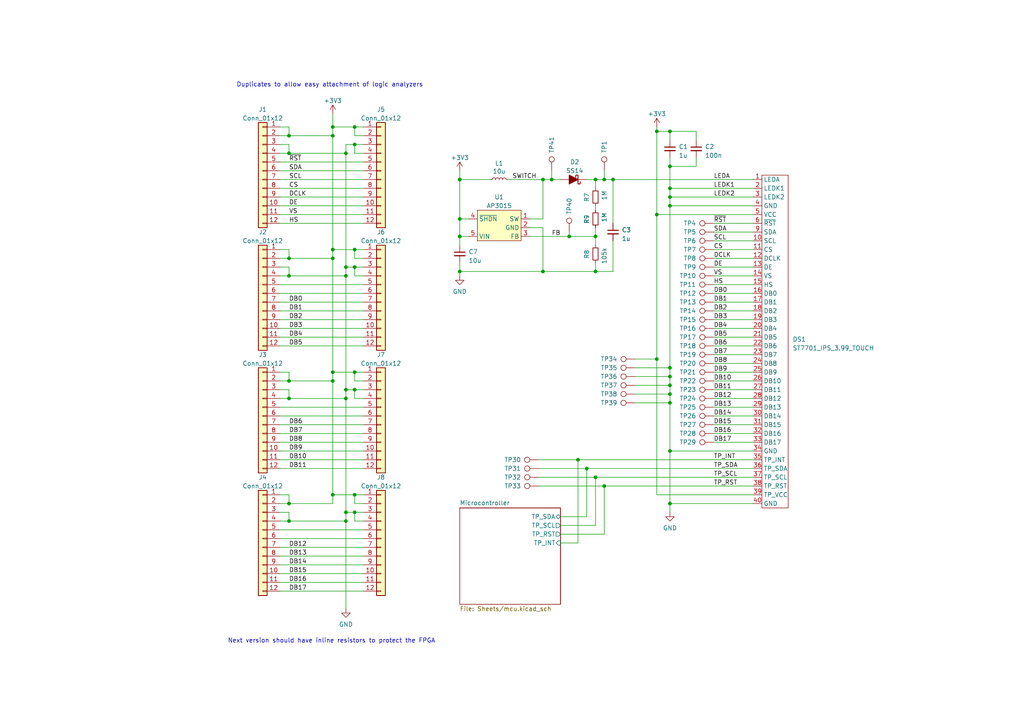
<source format=kicad_sch>
(kicad_sch (version 20231120) (generator "eeschema") (generator_version "8.0")
  (paper "A4")
  (lib_symbols
    (symbol "Connector:TestPoint" (pin_numbers hide) (pin_names (offset 0.762) hide)
      (property "Reference" "TP" (at 0 6.858 0))
      (property "Value" "TestPoint" (at 0 5.08 0))
      (symbol "TestPoint_0_1"
        (circle (center 0 3.302) (radius 0.762))
      )
      (symbol "TestPoint_1_1"
        (pin passive line (at 0 0 90) (length 2.54) (name "1") (number "1"))
      )
    )
    (symbol "Connector_Generic:Conn_01x12" (pin_names (offset 1.016) hide)
      (property "Reference" "J" (at 0 15.24 0))
      (property "Value" "Conn_01x12" (at 0 -17.78 0))
      (symbol "Conn_01x12_1_1"
        (rectangle (start -1.27 -15.113) (end 0 -15.367) (stroke (width 0.1524)))
        (rectangle (start -1.27 -12.573) (end 0 -12.827) (stroke (width 0.1524)))
        (rectangle (start -1.27 -10.033) (end 0 -10.287) (stroke (width 0.1524)))
        (rectangle (start -1.27 -7.493) (end 0 -7.747) (stroke (width 0.1524)))
        (rectangle (start -1.27 -4.953) (end 0 -5.207) (stroke (width 0.1524)))
        (rectangle (start -1.27 -2.413) (end 0 -2.667) (stroke (width 0.1524)))
        (rectangle (start -1.27 0.127) (end 0 -0.127) (stroke (width 0.1524)))
        (rectangle (start -1.27 2.667) (end 0 2.413) (stroke (width 0.1524)))
        (rectangle (start -1.27 5.207) (end 0 4.953) (stroke (width 0.1524)))
        (rectangle (start -1.27 7.747) (end 0 7.493) (stroke (width 0.1524)))
        (rectangle (start -1.27 10.287) (end 0 10.033) (stroke (width 0.1524)))
        (rectangle (start -1.27 12.827) (end 0 12.573) (stroke (width 0.1524)))
        (rectangle (start -1.27 13.97) (end 1.27 -16.51) (stroke (width 0.254)) (fill (type background)))
        (pin passive line (at -5.08 12.7 0) (length 3.81) (name "Pin_1") (number "1"))
        (pin passive line (at -5.08 -10.16 0) (length 3.81) (name "Pin_10") (number "10"))
        (pin passive line (at -5.08 -12.7 0) (length 3.81) (name "Pin_11") (number "11"))
        (pin passive line (at -5.08 -15.24 0) (length 3.81) (name "Pin_12") (number "12"))
        (pin passive line (at -5.08 10.16 0) (length 3.81) (name "Pin_2") (number "2"))
        (pin passive line (at -5.08 7.62 0) (length 3.81) (name "Pin_3") (number "3"))
        (pin passive line (at -5.08 5.08 0) (length 3.81) (name "Pin_4") (number "4"))
        (pin passive line (at -5.08 2.54 0) (length 3.81) (name "Pin_5") (number "5"))
        (pin passive line (at -5.08 0 0) (length 3.81) (name "Pin_6") (number "6"))
        (pin passive line (at -5.08 -2.54 0) (length 3.81) (name "Pin_7") (number "7"))
        (pin passive line (at -5.08 -5.08 0) (length 3.81) (name "Pin_8") (number "8"))
        (pin passive line (at -5.08 -7.62 0) (length 3.81) (name "Pin_9") (number "9"))
      )
    )
    (symbol "Cuprum:AP3015"
      (property "Reference" "U" (at 0 8.89 0))
      (property "Value" "AP3015" (at 0 6.35 0))
      (symbol "AP3015_0_1"
        (rectangle (start -6.35 5.08) (end 6.35 -3.81) (fill (type background)))
      )
      (symbol "AP3015_1_1"
        (pin input line (at -8.89 2.54 0) (length 2.54) (name "SW") (number "1"))
        (pin input line (at -8.89 0 0) (length 2.54) (name "GND") (number "2"))
        (pin input line (at -8.89 -2.54 0) (length 2.54) (name "FB") (number "3"))
        (pin input line (at 8.89 2.54 180) (length 2.54) (name "~{SHDN}") (number "4"))
        (pin input line (at 8.89 -2.54 180) (length 2.54) (name "VIN") (number "5"))
      )
    )
    (symbol "Cuprum_Displays:ST7701_IPS_3.99_TOUCH"
      (property "Reference" "DS" (at 0 7.62 0))
      (property "Value" "ST7701_IPS_3.99_TOUCH" (at 0 5.08 0))
      (symbol "ST7701_IPS_3.99_TOUCH_0_1"
        (rectangle (start -48.26 3.81) (end 48.26 -3.81))
      )
      (symbol "ST7701_IPS_3.99_TOUCH_1_1"
        (pin input line (at -46.99 -6.35 90) (length 2.54) (name "LEDA") (number "1"))
        (pin input line (at -29.21 -6.35 90) (length 2.54) (name "SCL") (number "10"))
        (pin input line (at -26.67 -6.35 90) (length 2.54) (name "CS") (number "11"))
        (pin input line (at -24.13 -6.35 90) (length 2.54) (name "DCLK") (number "12"))
        (pin input line (at -21.59 -6.35 90) (length 2.54) (name "DE") (number "13"))
        (pin input line (at -19.05 -6.35 90) (length 2.54) (name "VS") (number "14"))
        (pin input line (at -16.51 -6.35 90) (length 2.54) (name "HS") (number "15"))
        (pin input line (at -13.97 -6.35 90) (length 2.54) (name "DB0") (number "16"))
        (pin input line (at -11.43 -6.35 90) (length 2.54) (name "DB1") (number "17"))
        (pin input line (at -8.89 -6.35 90) (length 2.54) (name "DB2") (number "18"))
        (pin input line (at -6.35 -6.35 90) (length 2.54) (name "DB3") (number "19"))
        (pin input line (at -44.45 -6.35 90) (length 2.54) (name "LEDK1") (number "2"))
        (pin input line (at -3.81 -6.35 90) (length 2.54) (name "DB4") (number "20"))
        (pin input line (at -1.27 -6.35 90) (length 2.54) (name "DB5") (number "21"))
        (pin input line (at 1.27 -6.35 90) (length 2.54) (name "DB6") (number "22"))
        (pin input line (at 3.81 -6.35 90) (length 2.54) (name "DB7") (number "23"))
        (pin input line (at 6.35 -6.35 90) (length 2.54) (name "DB8") (number "24"))
        (pin input line (at 8.89 -6.35 90) (length 2.54) (name "DB9") (number "25"))
        (pin input line (at 11.43 -6.35 90) (length 2.54) (name "DB10") (number "26"))
        (pin input line (at 13.97 -6.35 90) (length 2.54) (name "DB11") (number "27"))
        (pin input line (at 16.51 -6.35 90) (length 2.54) (name "DB12") (number "28"))
        (pin input line (at 19.05 -6.35 90) (length 2.54) (name "DB13") (number "29"))
        (pin input line (at -41.91 -6.35 90) (length 2.54) (name "LEDK2") (number "3"))
        (pin input line (at 21.59 -6.35 90) (length 2.54) (name "DB14") (number "30"))
        (pin input line (at 24.13 -6.35 90) (length 2.54) (name "DB15") (number "31"))
        (pin input line (at 26.67 -6.35 90) (length 2.54) (name "DB16") (number "32"))
        (pin input line (at 29.21 -6.35 90) (length 2.54) (name "DB17") (number "33"))
        (pin input line (at 31.75 -6.35 90) (length 2.54) (name "GND") (number "34"))
        (pin input line (at 34.29 -6.35 90) (length 2.54) (name "TP_INT") (number "35"))
        (pin input line (at 36.83 -6.35 90) (length 2.54) (name "TP_SDA") (number "36"))
        (pin input line (at 39.37 -6.35 90) (length 2.54) (name "TP_SCL") (number "37"))
        (pin input line (at 41.91 -6.35 90) (length 2.54) (name "TP_RST") (number "38"))
        (pin input line (at 44.45 -6.35 90) (length 2.54) (name "TP_VCC") (number "39"))
        (pin input line (at -39.37 -6.35 90) (length 2.54) (name "GND") (number "4"))
        (pin input line (at 46.99 -6.35 90) (length 2.54) (name "GND") (number "40"))
        (pin input line (at -36.83 -6.35 90) (length 2.54) (name "VCC") (number "5"))
        (pin input line (at -34.29 -6.35 90) (length 2.54) (name "~{RST}") (number "6"))
        (pin input line (at -31.75 -6.35 90) (length 2.54) (name "SDA") (number "9"))
      )
    )
    (symbol "Device:C_Small" (pin_numbers hide) (pin_names (offset 0.254) hide)
      (property "Reference" "C" (at 0.254 1.778 0))
      (property "Value" "C_Small" (at 0.254 -2.032 0))
      (symbol "C_Small_0_1"
        (polyline (pts (xy -1.524 -0.508) (xy 1.524 -0.508)) (stroke (width 0.3302)))
        (polyline (pts (xy -1.524 0.508) (xy 1.524 0.508)) (stroke (width 0.3048)))
      )
      (symbol "C_Small_1_1"
        (pin passive line (at 0 2.54 270) (length 2.032) (name "~") (number "1"))
        (pin passive line (at 0 -2.54 90) (length 2.032) (name "~") (number "2"))
      )
    )
    (symbol "Device:L_Small" (pin_numbers hide) (pin_names (offset 0.254) hide)
      (property "Reference" "L" (at 0.762 1.016 0))
      (property "Value" "L_Small" (at 0.762 -1.016 0))
      (symbol "L_Small_0_1"
        (arc (start 0 -2.032) (mid 0.5058 -1.524) (end 0 -1.016))
        (arc (start 0 -1.016) (mid 0.5058 -0.508) (end 0 0))
        (arc (start 0 0) (mid 0.5058 0.508) (end 0 1.016))
        (arc (start 0 1.016) (mid 0.5058 1.524) (end 0 2.032))
      )
      (symbol "L_Small_1_1"
        (pin passive line (at 0 2.54 270) (length 0.508) (name "~") (number "1"))
        (pin passive line (at 0 -2.54 90) (length 0.508) (name "~") (number "2"))
      )
    )
    (symbol "Device:R_Small" (pin_numbers hide) (pin_names (offset 0.254) hide)
      (property "Reference" "R" (at 0.762 0.508 0))
      (property "Value" "R_Small" (at 0.762 -1.016 0))
      (symbol "R_Small_0_1"
        (rectangle (start -0.762 1.778) (end 0.762 -1.778) (stroke (width 0.2032)))
      )
      (symbol "R_Small_1_1"
        (pin passive line (at 0 2.54 270) (length 0.762) (name "~") (number "1"))
        (pin passive line (at 0 -2.54 90) (length 0.762) (name "~") (number "2"))
      )
    )
    (symbol "PCM_Diode_Schottky_AKL:SS14" (pin_numbers hide) (pin_names (offset 1.016) hide)
      (property "Reference" "D" (at 0 5.08 0))
      (property "Value" "SS14" (at 0 2.54 0))
      (symbol "SS14_0_1"
        (polyline (pts (xy -1.27 0) (xy 1.27 0)))
        (polyline (pts (xy -1.27 -1.27) (xy -1.27 1.27) (xy 1.27 0) (xy -1.27 -1.27)) (stroke (width 0.254)) (fill (type outline)))
        (polyline (pts (xy 1.905 -0.635) (xy 1.905 -1.27) (xy 1.27 -1.27) (xy 1.27 1.27) (xy 0.635 1.27) (xy 0.635 0.635)) (stroke (width 0.254)))
      )
      (symbol "SS14_1_1"
        (pin passive line (at 3.81 0 180) (length 2.54) (name "K") (number "1"))
        (pin passive line (at -3.81 0 0) (length 2.54) (name "A") (number "2"))
      )
    )
    (symbol "power:+3V3" (power) (pin_names (offset 0))
      (property "Value" "+3V3" (at 0 3.556 0))
      (symbol "+3V3_0_1"
        (polyline (pts (xy -0.762 1.27) (xy 0 2.54)))
        (polyline (pts (xy 0 0) (xy 0 2.54)))
        (polyline (pts (xy 0 2.54) (xy 0.762 1.27)))
      )
      (symbol "+3V3_1_1"
        (pin power_in line (at 0 0 90) (length 0) hide (name "+3V3") (number "1"))
      )
    )
    (symbol "power:GND" (power) (pin_names (offset 0))
      (property "Value" "GND" (at 0 -3.81 0))
      (symbol "GND_0_1"
        (polyline (pts (xy 0 0) (xy 0 -1.27) (xy 1.27 -1.27) (xy 0 -2.54) (xy -1.27 -1.27) (xy 0 -1.27)))
      )
      (symbol "GND_1_1"
        (pin power_in line (at 0 0 270) (length 0) hide (name "GND") (number "1"))
      )
    )
  )
  (junction (at 172.72 52.07))
  (junction (at 194.31 48.26))
  (junction (at 190.5 38.1))
  (junction (at 96.52 74.93))
  (junction (at 133.35 68.58))
  (junction (at 96.52 110.49))
  (junction (at 194.31 114.3))
  (junction (at 194.31 106.68))
  (junction (at 194.31 59.69))
  (junction (at 102.87 72.39))
  (junction (at 102.87 77.47))
  (junction (at 100.33 148.59))
  (junction (at 100.33 80.01))
  (junction (at 96.52 143.51))
  (junction (at 157.48 78.74))
  (junction (at 133.35 63.5))
  (junction (at 157.48 52.07))
  (junction (at 160.02 52.07))
  (junction (at 102.87 113.03))
  (junction (at 96.52 36.83))
  (junction (at 102.87 148.59))
  (junction (at 83.82 74.93))
  (junction (at 83.82 39.37))
  (junction (at 102.87 36.83))
  (junction (at 175.26 52.07))
  (junction (at 83.82 151.13))
  (junction (at 194.31 57.15))
  (junction (at 194.31 109.22))
  (junction (at 190.5 104.14))
  (junction (at 83.82 110.49))
  (junction (at 170.18 135.89))
  (junction (at 102.87 41.91))
  (junction (at 175.26 140.97))
  (junction (at 177.8 52.07))
  (junction (at 133.35 78.74))
  (junction (at 96.52 39.37))
  (junction (at 96.52 107.95))
  (junction (at 100.33 151.13))
  (junction (at 102.87 143.51))
  (junction (at 172.72 68.58))
  (junction (at 100.33 77.47))
  (junction (at 194.31 130.81))
  (junction (at 172.72 78.74))
  (junction (at 194.31 116.84))
  (junction (at 100.33 115.57))
  (junction (at 96.52 72.39))
  (junction (at 190.5 62.23))
  (junction (at 194.31 111.76))
  (junction (at 100.33 44.45))
  (junction (at 83.82 80.01))
  (junction (at 172.72 138.43))
  (junction (at 102.87 107.95))
  (junction (at 83.82 146.05))
  (junction (at 83.82 115.57))
  (junction (at 165.1 68.58))
  (junction (at 194.31 38.1))
  (junction (at 194.31 54.61))
  (junction (at 167.64 133.35))
  (junction (at 133.35 52.07))
  (junction (at 83.82 44.45))
  (junction (at 100.33 113.03))
  (junction (at 194.31 146.05))
  (wire (pts (xy 83.82 113.03) (xy 83.82 115.57)))
  (wire (pts (xy 175.26 52.07) (xy 177.8 52.07)))
  (wire (pts (xy 207.01 105.41) (xy 218.44 105.41)))
  (wire (pts (xy 81.28 64.77) (xy 105.41 64.77)))
  (wire (pts (xy 207.01 67.31) (xy 218.44 67.31)))
  (wire (pts (xy 81.28 36.83) (xy 83.82 36.83)))
  (wire (pts (xy 96.52 36.83) (xy 96.52 39.37)))
  (wire (pts (xy 201.93 48.26) (xy 194.31 48.26)))
  (wire (pts (xy 167.64 157.48) (xy 167.64 133.35)))
  (wire (pts (xy 194.31 106.68) (xy 194.31 109.22)))
  (wire (pts (xy 156.21 133.35) (xy 167.64 133.35)))
  (wire (pts (xy 81.28 49.53) (xy 105.41 49.53)))
  (wire (pts (xy 135.89 68.58) (xy 133.35 68.58)))
  (wire (pts (xy 102.87 107.95) (xy 105.41 107.95)))
  (wire (pts (xy 100.33 115.57) (xy 100.33 148.59)))
  (wire (pts (xy 102.87 146.05) (xy 105.41 146.05)))
  (wire (pts (xy 102.87 113.03) (xy 102.87 115.57)))
  (wire (pts (xy 177.8 52.07) (xy 177.8 64.77)))
  (wire (pts (xy 190.5 38.1) (xy 194.31 38.1)))
  (wire (pts (xy 133.35 68.58) (xy 133.35 71.12)))
  (wire (pts (xy 194.31 109.22) (xy 194.31 111.76)))
  (wire (pts (xy 81.28 92.71) (xy 105.41 92.71)))
  (wire (pts (xy 81.28 168.91) (xy 105.41 168.91)))
  (wire (pts (xy 160.02 49.53) (xy 160.02 52.07)))
  (wire (pts (xy 81.28 87.63) (xy 105.41 87.63)))
  (wire (pts (xy 96.52 36.83) (xy 102.87 36.83)))
  (wire (pts (xy 81.28 156.21) (xy 105.41 156.21)))
  (wire (pts (xy 100.33 41.91) (xy 100.33 44.45)))
  (wire (pts (xy 207.01 85.09) (xy 218.44 85.09)))
  (wire (pts (xy 194.31 130.81) (xy 194.31 116.84)))
  (wire (pts (xy 162.56 152.4) (xy 172.72 152.4)))
  (wire (pts (xy 133.35 78.74) (xy 157.48 78.74)))
  (wire (pts (xy 81.28 41.91) (xy 83.82 41.91)))
  (wire (pts (xy 133.35 63.5) (xy 133.35 52.07)))
  (wire (pts (xy 162.56 157.48) (xy 167.64 157.48)))
  (wire (pts (xy 194.31 45.72) (xy 194.31 48.26)))
  (wire (pts (xy 81.28 115.57) (xy 83.82 115.57)))
  (wire (pts (xy 194.31 114.3) (xy 194.31 116.84)))
  (wire (pts (xy 96.52 143.51) (xy 102.87 143.51)))
  (wire (pts (xy 81.28 171.45) (xy 105.41 171.45)))
  (wire (pts (xy 83.82 143.51) (xy 83.82 146.05)))
  (wire (pts (xy 172.72 54.61) (xy 172.72 52.07)))
  (wire (pts (xy 218.44 102.87) (xy 207.01 102.87)))
  (wire (pts (xy 175.26 140.97) (xy 218.44 140.97)))
  (wire (pts (xy 81.28 85.09) (xy 105.41 85.09)))
  (wire (pts (xy 81.28 120.65) (xy 105.41 120.65)))
  (wire (pts (xy 147.32 52.07) (xy 157.48 52.07)))
  (wire (pts (xy 133.35 49.53) (xy 133.35 52.07)))
  (wire (pts (xy 172.72 71.12) (xy 172.72 68.58)))
  (wire (pts (xy 81.28 59.69) (xy 105.41 59.69)))
  (wire (pts (xy 194.31 40.64) (xy 194.31 38.1)))
  (wire (pts (xy 102.87 77.47) (xy 102.87 80.01)))
  (wire (pts (xy 81.28 118.11) (xy 105.41 118.11)))
  (wire (pts (xy 81.28 148.59) (xy 83.82 148.59)))
  (wire (pts (xy 81.28 97.79) (xy 105.41 97.79)))
  (wire (pts (xy 207.01 95.25) (xy 218.44 95.25)))
  (wire (pts (xy 175.26 49.53) (xy 175.26 52.07)))
  (wire (pts (xy 172.72 52.07) (xy 175.26 52.07)))
  (wire (pts (xy 194.31 130.81) (xy 218.44 130.81)))
  (wire (pts (xy 157.48 66.04) (xy 157.48 78.74)))
  (wire (pts (xy 184.15 109.22) (xy 194.31 109.22)))
  (wire (pts (xy 96.52 33.02) (xy 96.52 36.83)))
  (wire (pts (xy 96.52 107.95) (xy 96.52 110.49)))
  (wire (pts (xy 218.44 128.27) (xy 207.01 128.27)))
  (wire (pts (xy 170.18 52.07) (xy 172.72 52.07)))
  (wire (pts (xy 81.28 153.67) (xy 105.41 153.67)))
  (wire (pts (xy 83.82 39.37) (xy 96.52 39.37)))
  (wire (pts (xy 156.21 135.89) (xy 170.18 135.89)))
  (wire (pts (xy 81.28 57.15) (xy 105.41 57.15)))
  (wire (pts (xy 184.15 104.14) (xy 190.5 104.14)))
  (wire (pts (xy 81.28 123.19) (xy 105.41 123.19)))
  (wire (pts (xy 201.93 38.1) (xy 201.93 40.64)))
  (wire (pts (xy 194.31 54.61) (xy 218.44 54.61)))
  (wire (pts (xy 194.31 57.15) (xy 218.44 57.15)))
  (wire (pts (xy 218.44 113.03) (xy 207.01 113.03)))
  (wire (pts (xy 83.82 148.59) (xy 83.82 151.13)))
  (wire (pts (xy 83.82 115.57) (xy 100.33 115.57)))
  (wire (pts (xy 194.31 57.15) (xy 194.31 59.69)))
  (wire (pts (xy 190.5 104.14) (xy 190.5 143.51)))
  (wire (pts (xy 165.1 68.58) (xy 172.72 68.58)))
  (wire (pts (xy 190.5 62.23) (xy 190.5 104.14)))
  (wire (pts (xy 81.28 82.55) (xy 105.41 82.55)))
  (wire (pts (xy 81.28 54.61) (xy 105.41 54.61)))
  (wire (pts (xy 207.01 80.01) (xy 218.44 80.01)))
  (wire (pts (xy 100.33 77.47) (xy 100.33 80.01)))
  (wire (pts (xy 96.52 107.95) (xy 102.87 107.95)))
  (wire (pts (xy 96.52 143.51) (xy 96.52 146.05)))
  (wire (pts (xy 194.31 38.1) (xy 201.93 38.1)))
  (wire (pts (xy 170.18 135.89) (xy 170.18 149.86)))
  (wire (pts (xy 105.41 80.01) (xy 102.87 80.01)))
  (wire (pts (xy 218.44 123.19) (xy 207.01 123.19)))
  (wire (pts (xy 207.01 125.73) (xy 218.44 125.73)))
  (wire (pts (xy 105.41 151.13) (xy 102.87 151.13)))
  (wire (pts (xy 83.82 151.13) (xy 100.33 151.13)))
  (wire (pts (xy 194.31 106.68) (xy 194.31 59.69)))
  (wire (pts (xy 83.82 107.95) (xy 83.82 110.49)))
  (wire (pts (xy 190.5 36.83) (xy 190.5 38.1)))
  (wire (pts (xy 102.87 110.49) (xy 105.41 110.49)))
  (wire (pts (xy 102.87 148.59) (xy 105.41 148.59)))
  (wire (pts (xy 83.82 146.05) (xy 96.52 146.05)))
  (wire (pts (xy 81.28 80.01) (xy 83.82 80.01)))
  (wire (pts (xy 218.44 118.11) (xy 207.01 118.11)))
  (wire (pts (xy 177.8 52.07) (xy 218.44 52.07)))
  (wire (pts (xy 102.87 107.95) (xy 102.87 110.49)))
  (wire (pts (xy 81.28 90.17) (xy 105.41 90.17)))
  (wire (pts (xy 194.31 146.05) (xy 218.44 146.05)))
  (wire (pts (xy 153.67 63.5) (xy 157.48 63.5)))
  (wire (pts (xy 81.28 163.83) (xy 105.41 163.83)))
  (wire (pts (xy 100.33 44.45) (xy 100.33 77.47)))
  (wire (pts (xy 83.82 110.49) (xy 96.52 110.49)))
  (wire (pts (xy 83.82 74.93) (xy 96.52 74.93)))
  (wire (pts (xy 218.44 82.55) (xy 207.01 82.55)))
  (wire (pts (xy 83.82 77.47) (xy 83.82 80.01)))
  (wire (pts (xy 100.33 80.01) (xy 100.33 113.03)))
  (wire (pts (xy 170.18 135.89) (xy 218.44 135.89)))
  (wire (pts (xy 100.33 77.47) (xy 102.87 77.47)))
  (wire (pts (xy 218.44 138.43) (xy 172.72 138.43)))
  (wire (pts (xy 156.21 140.97) (xy 175.26 140.97)))
  (wire (pts (xy 102.87 72.39) (xy 105.41 72.39)))
  (wire (pts (xy 100.33 113.03) (xy 102.87 113.03)))
  (wire (pts (xy 177.8 78.74) (xy 172.72 78.74)))
  (wire (pts (xy 157.48 52.07) (xy 160.02 52.07)))
  (wire (pts (xy 102.87 143.51) (xy 102.87 146.05)))
  (wire (pts (xy 81.28 52.07) (xy 105.41 52.07)))
  (wire (pts (xy 172.72 138.43) (xy 172.72 152.4)))
  (wire (pts (xy 153.67 68.58) (xy 165.1 68.58)))
  (wire (pts (xy 81.28 46.99) (xy 105.41 46.99)))
  (wire (pts (xy 153.67 66.04) (xy 157.48 66.04)))
  (wire (pts (xy 207.01 72.39) (xy 218.44 72.39)))
  (wire (pts (xy 81.28 95.25) (xy 105.41 95.25)))
  (wire (pts (xy 218.44 64.77) (xy 207.01 64.77)))
  (wire (pts (xy 172.72 66.04) (xy 172.72 68.58)))
  (wire (pts (xy 102.87 77.47) (xy 105.41 77.47)))
  (wire (pts (xy 81.28 39.37) (xy 83.82 39.37)))
  (wire (pts (xy 81.28 113.03) (xy 83.82 113.03)))
  (wire (pts (xy 81.28 107.95) (xy 83.82 107.95)))
  (wire (pts (xy 218.44 107.95) (xy 207.01 107.95)))
  (wire (pts (xy 133.35 68.58) (xy 133.35 63.5)))
  (wire (pts (xy 172.72 59.69) (xy 172.72 60.96)))
  (wire (pts (xy 96.52 74.93) (xy 96.52 107.95)))
  (wire (pts (xy 177.8 69.85) (xy 177.8 78.74)))
  (wire (pts (xy 81.28 133.35) (xy 105.41 133.35)))
  (wire (pts (xy 102.87 39.37) (xy 105.41 39.37)))
  (wire (pts (xy 81.28 110.49) (xy 83.82 110.49)))
  (wire (pts (xy 105.41 44.45) (xy 102.87 44.45)))
  (wire (pts (xy 83.82 80.01) (xy 100.33 80.01)))
  (wire (pts (xy 172.72 78.74) (xy 172.72 76.2)))
  (wire (pts (xy 81.28 146.05) (xy 83.82 146.05)))
  (wire (pts (xy 194.31 111.76) (xy 194.31 114.3)))
  (wire (pts (xy 96.52 72.39) (xy 102.87 72.39)))
  (wire (pts (xy 81.28 161.29) (xy 105.41 161.29)))
  (wire (pts (xy 175.26 140.97) (xy 175.26 154.94)))
  (wire (pts (xy 96.52 72.39) (xy 96.52 74.93)))
  (wire (pts (xy 81.28 151.13) (xy 83.82 151.13)))
  (wire (pts (xy 83.82 44.45) (xy 100.33 44.45)))
  (wire (pts (xy 83.82 41.91) (xy 83.82 44.45)))
  (wire (pts (xy 167.64 133.35) (xy 218.44 133.35)))
  (wire (pts (xy 81.28 72.39) (xy 83.82 72.39)))
  (wire (pts (xy 102.87 41.91) (xy 105.41 41.91)))
  (wire (pts (xy 81.28 128.27) (xy 105.41 128.27)))
  (wire (pts (xy 102.87 36.83) (xy 105.41 36.83)))
  (wire (pts (xy 190.5 62.23) (xy 218.44 62.23)))
  (wire (pts (xy 160.02 52.07) (xy 162.56 52.07)))
  (wire (pts (xy 172.72 138.43) (xy 156.21 138.43)))
  (wire (pts (xy 184.15 106.68) (xy 194.31 106.68)))
  (wire (pts (xy 83.82 72.39) (xy 83.82 74.93)))
  (wire (pts (xy 81.28 143.51) (xy 83.82 143.51)))
  (wire (pts (xy 162.56 154.94) (xy 175.26 154.94)))
  (wire (pts (xy 96.52 39.37) (xy 96.52 72.39)))
  (wire (pts (xy 162.56 149.86) (xy 170.18 149.86)))
  (wire (pts (xy 218.44 77.47) (xy 207.01 77.47)))
  (wire (pts (xy 133.35 76.2) (xy 133.35 78.74)))
  (wire (pts (xy 83.82 36.83) (xy 83.82 39.37)))
  (wire (pts (xy 100.33 113.03) (xy 100.33 115.57)))
  (wire (pts (xy 207.01 120.65) (xy 218.44 120.65)))
  (wire (pts (xy 207.01 90.17) (xy 218.44 90.17)))
  (wire (pts (xy 96.52 110.49) (xy 96.52 143.51)))
  (wire (pts (xy 207.01 115.57) (xy 218.44 115.57)))
  (wire (pts (xy 81.28 74.93) (xy 83.82 74.93)))
  (wire (pts (xy 100.33 148.59) (xy 100.33 151.13)))
  (wire (pts (xy 218.44 92.71) (xy 207.01 92.71)))
  (wire (pts (xy 207.01 100.33) (xy 218.44 100.33)))
  (wire (pts (xy 157.48 52.07) (xy 157.48 63.5)))
  (wire (pts (xy 184.15 116.84) (xy 194.31 116.84)))
  (wire (pts (xy 81.28 166.37) (xy 105.41 166.37)))
  (wire (pts (xy 184.15 114.3) (xy 194.31 114.3)))
  (wire (pts (xy 133.35 78.74) (xy 133.35 80.01)))
  (wire (pts (xy 81.28 100.33) (xy 105.41 100.33)))
  (wire (pts (xy 218.44 69.85) (xy 207.01 69.85)))
  (wire (pts (xy 100.33 41.91) (xy 102.87 41.91)))
  (wire (pts (xy 81.28 125.73) (xy 105.41 125.73)))
  (wire (pts (xy 165.1 67.31) (xy 165.1 68.58)))
  (wire (pts (xy 184.15 111.76) (xy 194.31 111.76)))
  (wire (pts (xy 133.35 52.07) (xy 142.24 52.07)))
  (wire (pts (xy 102.87 41.91) (xy 102.87 44.45)))
  (wire (pts (xy 135.89 63.5) (xy 133.35 63.5)))
  (wire (pts (xy 218.44 74.93) (xy 207.01 74.93)))
  (wire (pts (xy 105.41 115.57) (xy 102.87 115.57)))
  (wire (pts (xy 218.44 87.63) (xy 207.01 87.63)))
  (wire (pts (xy 81.28 130.81) (xy 105.41 130.81)))
  (wire (pts (xy 194.31 54.61) (xy 194.31 57.15)))
  (wire (pts (xy 194.31 130.81) (xy 194.31 146.05)))
  (wire (pts (xy 207.01 110.49) (xy 218.44 110.49)))
  (wire (pts (xy 102.87 143.51) (xy 105.41 143.51)))
  (wire (pts (xy 102.87 36.83) (xy 102.87 39.37)))
  (wire (pts (xy 81.28 158.75) (xy 105.41 158.75)))
  (wire (pts (xy 102.87 72.39) (xy 102.87 74.93)))
  (wire (pts (xy 194.31 59.69) (xy 218.44 59.69)))
  (wire (pts (xy 81.28 135.89) (xy 105.41 135.89)))
  (wire (pts (xy 100.33 148.59) (xy 102.87 148.59)))
  (wire (pts (xy 157.48 78.74) (xy 172.72 78.74)))
  (wire (pts (xy 218.44 97.79) (xy 207.01 97.79)))
  (wire (pts (xy 201.93 45.72) (xy 201.93 48.26)))
  (wire (pts (xy 81.28 77.47) (xy 83.82 77.47)))
  (wire (pts (xy 102.87 74.93) (xy 105.41 74.93)))
  (wire (pts (xy 194.31 48.26) (xy 194.31 54.61)))
  (wire (pts (xy 190.5 38.1) (xy 190.5 62.23)))
  (wire (pts (xy 102.87 148.59) (xy 102.87 151.13)))
  (wire (pts (xy 194.31 146.05) (xy 194.31 148.59)))
  (wire (pts (xy 81.28 62.23) (xy 105.41 62.23)))
  (wire (pts (xy 190.5 143.51) (xy 218.44 143.51)))
  (wire (pts (xy 100.33 151.13) (xy 100.33 176.53)))
  (wire (pts (xy 102.87 113.03) (xy 105.41 113.03)))
  (wire (pts (xy 81.28 44.45) (xy 83.82 44.45)))
  (text "Next version should have inline resistors to protect the FPGA" (at 66.04 186.69 0) (effects (font (size 1.27 1.27)) (justify left bottom)))
  (text "Duplicates to allow easy attachment of logic analyzers" (at 68.58 25.4 0) (effects (font (size 1.27 1.27)) (justify left bottom)))
  (label "DB12" (at 207.01 115.57 0))
  (label "DB11" (at 83.82 135.89 0))
  (label "DB16" (at 207.01 125.73 0))
  (label "DB6" (at 83.82 123.19 0))
  (label "HS" (at 207.01 82.55 0))
  (label "TP_INT" (at 207.01 133.35 0))
  (label "SCL" (at 83.82 52.07 0))
  (label "DB8" (at 83.82 128.27 0))
  (label "FB" (at 160.02 68.58 0))
  (label "DB10" (at 207.01 110.49 0))
  (label "DB0" (at 83.82 87.63 0))
  (label "DB6" (at 207.01 100.33 0))
  (label "TP_SDA" (at 207.01 135.89 0))
  (label "LEDK1" (at 207.01 54.61 0))
  (label "DB7" (at 83.82 125.73 0))
  (label "DB17" (at 83.82 171.45 0))
  (label "DB12" (at 83.82 158.75 0))
  (label "HS" (at 83.82 64.77 0))
  (label "DB15" (at 207.01 123.19 0))
  (label "DB1" (at 207.01 87.63 0))
  (label "LEDK2" (at 207.01 57.15 0))
  (label "DCLK" (at 207.01 74.93 0))
  (label "DB4" (at 207.01 95.25 0))
  (label "SCL" (at 207.01 69.85 0))
  (label "DB15" (at 83.82 166.37 0))
  (label "DB2" (at 207.01 90.17 0))
  (label "~{RST}" (at 83.82 46.99 0))
  (label "TP_SCL" (at 207.01 138.43 0))
  (label "DB0" (at 207.01 85.09 0))
  (label "SDA" (at 207.01 67.31 0))
  (label "VS" (at 83.82 62.23 0))
  (label "~{RST}" (at 207.01 64.77 0))
  (label "DB8" (at 207.01 105.41 0))
  (label "CS" (at 207.01 72.39 0))
  (label "DB5" (at 83.82 100.33 0))
  (label "DB2" (at 83.82 92.71 0))
  (label "DB4" (at 83.82 97.79 0))
  (label "CS" (at 83.82 54.61 0))
  (label "SDA" (at 83.82 49.53 0))
  (label "DCLK" (at 83.82 57.15 0))
  (label "DB10" (at 83.82 133.35 0))
  (label "DE" (at 83.82 59.69 0))
  (label "DB9" (at 207.01 107.95 0))
  (label "DB3" (at 207.01 92.71 0))
  (label "DB9" (at 83.82 130.81 0))
  (label "VS" (at 207.01 80.01 0))
  (label "DB16" (at 83.82 168.91 0))
  (label "SWITCH" (at 148.59 52.07 0))
  (label "TP_RST" (at 207.01 140.97 0))
  (label "DB5" (at 207.01 97.79 0))
  (label "DB17" (at 207.01 128.27 0))
  (label "LEDA" (at 207.01 52.07 0))
  (label "DB13" (at 83.82 161.29 0))
  (label "DE" (at 207.01 77.47 0))
  (label "DB11" (at 207.01 113.03 0))
  (label "DB1" (at 83.82 90.17 0))
  (label "DB13" (at 207.01 118.11 0))
  (label "DB14" (at 83.82 163.83 0))
  (label "DB7" (at 207.01 102.87 0))
  (label "DB14" (at 207.01 120.65 0))
  (label "DB3" (at 83.82 95.25 0))
  (symbol (lib_id "Device:R_Small") (at 172.72 63.5 0) (unit 1)
    (property "Reference" "R9" (at 170.18 62.23 90) (effects (justify right)))
    (property "Value" "1M" (at 175.26 61.595 90) (effects (justify right)))
    (property "Footprint" "Cuprum:R_0603_1608Metric" (effects (hide yes)))
  )
  (symbol (lib_id "Connector:TestPoint") (at 207.01 74.93 90) (mirror x) (unit 1)
    (property "Reference" "TP8" (at 201.93 74.93 90) (effects (justify left)))
    (property "Value" "TestPoint" (effects (hide yes)))
    (property "Footprint" "KiCAD Library:TestPoint_Keystone_5019_Minature_No_Silkscreen" (effects (hide yes)))
  )
  (symbol (lib_id "Device:C_Small") (at 133.35 73.66 0) (unit 1)
    (property "Reference" "C7" (at 135.89 73.0313 0) (effects (justify left)))
    (property "Value" "10u" (at 135.89 75.5713 0) (effects (justify left)))
    (property "Footprint" "KiCAD Library:C_0603_1608Metric" (effects (hide yes)))
  )
  (symbol (lib_id "Connector:TestPoint") (at 207.01 85.09 90) (mirror x) (unit 1)
    (property "Reference" "TP12" (at 201.93 85.09 90) (effects (justify left)))
    (property "Value" "TestPoint" (effects (hide yes)))
    (property "Footprint" "KiCAD Library:TestPoint_Keystone_5019_Minature_No_Silkscreen" (effects (hide yes)))
  )
  (symbol (lib_id "Connector:TestPoint") (at 207.01 113.03 90) (mirror x) (unit 1)
    (property "Reference" "TP23" (at 201.93 113.03 90) (effects (justify left)))
    (property "Value" "TestPoint" (effects (hide yes)))
    (property "Footprint" "KiCAD Library:TestPoint_Keystone_5019_Minature_No_Silkscreen" (effects (hide yes)))
  )
  (symbol (lib_id "Connector_Generic:Conn_01x12") (at 110.49 156.21 0) (unit 1)
    (property "Reference" "J8" (at 110.49 138.43 0))
    (property "Value" "Conn_01x12" (at 110.49 140.97 0))
    (property "Footprint" "Connector_PinHeader_2.54mm:PinHeader_2x06_P2.54mm_Vertical" (effects (hide yes)))
  )
  (symbol (lib_id "Connector:TestPoint") (at 156.21 133.35 90) (mirror x) (unit 1)
    (property "Reference" "TP30" (at 151.13 133.35 90) (effects (justify left)))
    (property "Value" "TestPoint" (effects (hide yes)))
    (property "Footprint" "KiCAD Library:TestPoint_Keystone_5019_Minature_No_Silkscreen" (effects (hide yes)))
  )
  (symbol (lib_id "Connector:TestPoint") (at 207.01 123.19 90) (mirror x) (unit 1)
    (property "Reference" "TP27" (at 201.93 123.19 90) (effects (justify left)))
    (property "Value" "TestPoint" (effects (hide yes)))
    (property "Footprint" "KiCAD Library:TestPoint_Keystone_5019_Minature_No_Silkscreen" (effects (hide yes)))
  )
  (symbol (lib_id "Device:C_Small") (at 177.8 67.31 0) (unit 1)
    (property "Reference" "C3" (at 180.34 66.6813 0) (effects (justify left)))
    (property "Value" "1u" (at 180.34 69.2213 0) (effects (justify left)))
    (property "Footprint" "KiCAD Library:C_0603_1608Metric" (effects (hide yes)))
  )
  (symbol (lib_id "Connector:TestPoint") (at 207.01 72.39 90) (mirror x) (unit 1)
    (property "Reference" "TP7" (at 201.93 72.39 90) (effects (justify left)))
    (property "Value" "TestPoint" (effects (hide yes)))
    (property "Footprint" "KiCAD Library:TestPoint_Keystone_5019_Minature_No_Silkscreen" (effects (hide yes)))
  )
  (symbol (lib_id "power:+3V3") (at 96.52 33.02 0) (unit 1)
    (property "Reference" "#PWR08" (effects (hide yes)))
    (property "Value" "+3V3" (at 96.52 29.21 0))
  )
  (symbol (lib_id "Connector:TestPoint") (at 165.1 67.31 0) (mirror y) (unit 1)
    (property "Reference" "TP40" (at 165.1 62.23 90) (effects (justify left)))
    (property "Value" "TestPoint" (effects (hide yes)))
    (property "Footprint" "KiCAD Library:TestPoint_Keystone_5019_Minature_No_Silkscreen" (effects (hide yes)))
  )
  (symbol (lib_id "Connector:TestPoint") (at 207.01 64.77 90) (mirror x) (unit 1)
    (property "Reference" "TP4" (at 201.93 64.77 90) (effects (justify left)))
    (property "Value" "TestPoint" (effects (hide yes)))
    (property "Footprint" "KiCAD Library:TestPoint_Keystone_5019_Minature_No_Silkscreen" (effects (hide yes)))
  )
  (symbol (lib_id "Connector:TestPoint") (at 207.01 80.01 90) (mirror x) (unit 1)
    (property "Reference" "TP10" (at 201.93 80.01 90) (effects (justify left)))
    (property "Value" "TestPoint" (effects (hide yes)))
    (property "Footprint" "KiCAD Library:TestPoint_Keystone_5019_Minature_No_Silkscreen" (effects (hide yes)))
  )
  (symbol (lib_id "Connector_Generic:Conn_01x12") (at 110.49 49.53 0) (unit 1)
    (property "Reference" "J5" (at 110.49 31.75 0))
    (property "Value" "Conn_01x12" (at 110.49 34.29 0))
    (property "Footprint" "Connector_PinHeader_2.54mm:PinHeader_2x06_P2.54mm_Vertical" (effects (hide yes)))
  )
  (symbol (lib_id "power:GND") (at 133.35 80.01 0) (unit 1)
    (property "Reference" "#PWR02" (effects (hide yes)))
    (property "Value" "GND" (at 133.35 84.5725 0))
  )
  (symbol (lib_id "Connector:TestPoint") (at 207.01 87.63 90) (mirror x) (unit 1)
    (property "Reference" "TP13" (at 201.93 87.63 90) (effects (justify left)))
    (property "Value" "TestPoint" (effects (hide yes)))
    (property "Footprint" "KiCAD Library:TestPoint_Keystone_5019_Minature_No_Silkscreen" (effects (hide yes)))
  )
  (symbol (lib_id "Connector:TestPoint") (at 184.15 111.76 90) (mirror x) (unit 1)
    (property "Reference" "TP37" (at 179.07 111.76 90) (effects (justify left)))
    (property "Value" "TestPoint" (effects (hide yes)))
    (property "Footprint" "KiCAD Library:TestPoint_Keystone_5019_Minature_No_Silkscreen" (effects (hide yes)))
  )
  (symbol (lib_id "PCM_Diode_Schottky_AKL:SS14") (at 166.37 52.07 0) (unit 1)
    (property "Reference" "D2" (at 166.6875 46.99 0))
    (property "Value" "SS14" (at 166.6875 49.53 0))
    (property "Footprint" "KiCAD Library:DIOM5227X270N" (effects (hide yes)))
    (property "Datasheet" "https://www.tme.eu/Document/39e1c2d2c354f63d74e9a2edb2156b4b/SS14-E3_61T.pdf" (effects (hide yes)))
  )
  (symbol (lib_id "Connector:TestPoint") (at 207.01 67.31 90) (mirror x) (unit 1)
    (property "Reference" "TP5" (at 201.93 67.31 90) (effects (justify left)))
    (property "Value" "TestPoint" (effects (hide yes)))
    (property "Footprint" "KiCAD Library:TestPoint_Keystone_5019_Minature_No_Silkscreen" (effects (hide yes)))
  )
  (symbol (lib_id "Connector:TestPoint") (at 207.01 97.79 90) (mirror x) (unit 1)
    (property "Reference" "TP17" (at 201.93 97.79 90) (effects (justify left)))
    (property "Value" "TestPoint" (effects (hide yes)))
    (property "Footprint" "KiCAD Library:TestPoint_Keystone_5019_Minature_No_Silkscreen" (effects (hide yes)))
  )
  (symbol (lib_id "Connector:TestPoint") (at 207.01 102.87 90) (mirror x) (unit 1)
    (property "Reference" "TP19" (at 201.93 102.87 90) (effects (justify left)))
    (property "Value" "TestPoint" (effects (hide yes)))
    (property "Footprint" "KiCAD Library:TestPoint_Keystone_5019_Minature_No_Silkscreen" (effects (hide yes)))
  )
  (symbol (lib_id "Connector_Generic:Conn_01x12") (at 76.2 156.21 0) (mirror y) (unit 1)
    (property "Reference" "J4" (at 76.2 138.43 0))
    (property "Value" "Conn_01x12" (at 76.2 140.97 0))
    (property "Footprint" "Connector_PinHeader_2.54mm:PinHeader_2x06_P2.54mm_Horizontal" (effects (hide yes)))
  )
  (symbol (lib_id "Connector:TestPoint") (at 156.21 138.43 90) (mirror x) (unit 1)
    (property "Reference" "TP32" (at 151.13 138.43 90) (effects (justify left)))
    (property "Value" "TestPoint" (effects (hide yes)))
    (property "Footprint" "KiCAD Library:TestPoint_Keystone_5019_Minature_No_Silkscreen" (effects (hide yes)))
  )
  (symbol (lib_id "Connector:TestPoint") (at 207.01 125.73 90) (mirror x) (unit 1)
    (property "Reference" "TP28" (at 201.93 125.73 90) (effects (justify left)))
    (property "Value" "TestPoint" (effects (hide yes)))
    (property "Footprint" "KiCAD Library:TestPoint_Keystone_5019_Minature_No_Silkscreen" (effects (hide yes)))
  )
  (symbol (lib_id "Connector_Generic:Conn_01x12") (at 110.49 85.09 0) (unit 1)
    (property "Reference" "J6" (at 110.49 67.31 0))
    (property "Value" "Conn_01x12" (at 110.49 69.85 0))
    (property "Footprint" "Connector_PinHeader_2.54mm:PinHeader_2x06_P2.54mm_Vertical" (effects (hide yes)))
  )
  (symbol (lib_id "Connector:TestPoint") (at 207.01 110.49 90) (mirror x) (unit 1)
    (property "Reference" "TP22" (at 201.93 110.49 90) (effects (justify left)))
    (property "Value" "TestPoint" (effects (hide yes)))
    (property "Footprint" "KiCAD Library:TestPoint_Keystone_5019_Minature_No_Silkscreen" (effects (hide yes)))
  )
  (symbol (lib_id "Connector:TestPoint") (at 184.15 109.22 90) (mirror x) (unit 1)
    (property "Reference" "TP36" (at 179.07 109.22 90) (effects (justify left)))
    (property "Value" "TestPoint" (effects (hide yes)))
    (property "Footprint" "KiCAD Library:TestPoint_Keystone_5019_Minature_No_Silkscreen" (effects (hide yes)))
  )
  (symbol (lib_id "power:GND") (at 100.33 176.53 0) (unit 1)
    (property "Reference" "#PWR011" (effects (hide yes)))
    (property "Value" "GND" (at 100.33 181.0925 0))
  )
  (symbol (lib_id "Connector:TestPoint") (at 207.01 128.27 90) (mirror x) (unit 1)
    (property "Reference" "TP29" (at 201.93 128.27 90) (effects (justify left)))
    (property "Value" "TestPoint" (effects (hide yes)))
    (property "Footprint" "KiCAD Library:TestPoint_Keystone_5019_Minature_No_Silkscreen" (effects (hide yes)))
  )
  (symbol (lib_id "Connector:TestPoint") (at 207.01 90.17 90) (mirror x) (unit 1)
    (property "Reference" "TP14" (at 201.93 90.17 90) (effects (justify left)))
    (property "Value" "TestPoint" (effects (hide yes)))
    (property "Footprint" "KiCAD Library:TestPoint_Keystone_5019_Minature_No_Silkscreen" (effects (hide yes)))
  )
  (symbol (lib_id "Device:R_Small") (at 172.72 57.15 0) (unit 1)
    (property "Reference" "R7" (at 170.18 55.88 90) (effects (justify right)))
    (property "Value" "1M" (at 175.26 55.245 90) (effects (justify right)))
    (property "Footprint" "Cuprum:R_0603_1608Metric" (effects (hide yes)))
  )
  (symbol (lib_id "Connector:TestPoint") (at 184.15 104.14 90) (mirror x) (unit 1)
    (property "Reference" "TP34" (at 179.07 104.14 90) (effects (justify left)))
    (property "Value" "TestPoint" (effects (hide yes)))
    (property "Footprint" "KiCAD Library:TestPoint_Keystone_5019_Minature_No_Silkscreen" (effects (hide yes)))
  )
  (symbol (lib_id "Device:C_Small") (at 201.93 43.18 0) (unit 1)
    (property "Reference" "C2" (at 204.47 42.5513 0) (effects (justify left)))
    (property "Value" "100n" (at 204.47 45.0913 0) (effects (justify left)))
    (property "Footprint" "KiCAD Library:C_0402_1005Metric" (effects (hide yes)))
  )
  (symbol (lib_id "Device:R_Small") (at 172.72 73.66 0) (unit 1)
    (property "Reference" "R8" (at 170.18 72.39 90) (effects (justify right)))
    (property "Value" "105k" (at 175.26 71.755 90) (effects (justify right)))
    (property "Footprint" "Cuprum:R_0603_1608Metric" (effects (hide yes)))
  )
  (symbol (lib_id "Device:L_Small") (at 144.78 52.07 90) (unit 1)
    (property "Reference" "L1" (at 144.78 47.371 90))
    (property "Value" "10u" (at 144.78 49.6824 90))
    (property "Footprint" "Inductor_SMD:L_TDK_SLF6045" (effects (hide yes)))
  )
  (symbol (lib_id "Device:C_Small") (at 194.31 43.18 0) (unit 1)
    (property "Reference" "C1" (at 196.85 42.5513 0) (effects (justify left)))
    (property "Value" "1u" (at 196.85 45.0913 0) (effects (justify left)))
    (property "Footprint" "KiCAD Library:C_0402_1005Metric" (effects (hide yes)))
  )
  (symbol (lib_id "Connector:TestPoint") (at 184.15 114.3 90) (mirror x) (unit 1)
    (property "Reference" "TP38" (at 179.07 114.3 90) (effects (justify left)))
    (property "Value" "TestPoint" (effects (hide yes)))
    (property "Footprint" "KiCAD Library:TestPoint_Keystone_5019_Minature_No_Silkscreen" (effects (hide yes)))
  )
  (symbol (lib_id "Connector_Generic:Conn_01x12") (at 76.2 85.09 0) (mirror y) (unit 1)
    (property "Reference" "J2" (at 76.2 67.31 0))
    (property "Value" "Conn_01x12" (at 76.2 69.85 0))
    (property "Footprint" "Connector_PinHeader_2.54mm:PinHeader_2x06_P2.54mm_Horizontal" (effects (hide yes)))
  )
  (symbol (lib_id "Connector:TestPoint") (at 184.15 116.84 90) (mirror x) (unit 1)
    (property "Reference" "TP39" (at 179.07 116.84 90) (effects (justify left)))
    (property "Value" "TestPoint" (effects (hide yes)))
    (property "Footprint" "KiCAD Library:TestPoint_Keystone_5019_Minature_No_Silkscreen" (effects (hide yes)))
  )
  (symbol (lib_id "Connector_Generic:Conn_01x12") (at 110.49 120.65 0) (unit 1)
    (property "Reference" "J7" (at 110.49 102.87 0))
    (property "Value" "Conn_01x12" (at 110.49 105.41 0))
    (property "Footprint" "Connector_PinHeader_2.54mm:PinHeader_2x06_P2.54mm_Vertical" (effects (hide yes)))
  )
  (symbol (lib_id "Connector_Generic:Conn_01x12") (at 76.2 120.65 0) (mirror y) (unit 1)
    (property "Reference" "J3" (at 76.2 102.87 0))
    (property "Value" "Conn_01x12" (at 76.2 105.41 0))
    (property "Footprint" "Connector_PinHeader_2.54mm:PinHeader_2x06_P2.54mm_Horizontal" (effects (hide yes)))
  )
  (symbol (lib_id "Cuprum:AP3015") (at 144.78 66.04 0) (mirror y) (unit 1)
    (property "Reference" "U1" (at 144.78 57.15 0))
    (property "Value" "AP3015" (at 144.78 59.69 0))
    (property "Footprint" "Package_TO_SOT_SMD:SOT-23-5" (effects (hide yes)))
  )
  (symbol (lib_id "Connector:TestPoint") (at 207.01 82.55 90) (mirror x) (unit 1)
    (property "Reference" "TP11" (at 201.93 82.55 90) (effects (justify left)))
    (property "Value" "TestPoint" (effects (hide yes)))
    (property "Footprint" "KiCAD Library:TestPoint_Keystone_5019_Minature_No_Silkscreen" (effects (hide yes)))
  )
  (symbol (lib_id "Cuprum_Displays:ST7701_IPS_3.99_TOUCH") (at 224.79 99.06 270) (unit 1)
    (property "Reference" "DS1" (at 229.87 98.425 90) (effects (justify left)))
    (property "Value" "ST7701_IPS_3.99_TOUCH" (at 229.87 100.965 90) (effects (justify left)))
    (property "Footprint" "KiCAD Library:AMPHENOL_F32Q-1A7H1-11040" (effects (hide yes)))
  )
  (symbol (lib_id "Connector:TestPoint") (at 207.01 118.11 90) (mirror x) (unit 1)
    (property "Reference" "TP25" (at 201.93 118.11 90) (effects (justify left)))
    (property "Value" "TestPoint" (effects (hide yes)))
    (property "Footprint" "KiCAD Library:TestPoint_Keystone_5019_Minature_No_Silkscreen" (effects (hide yes)))
  )
  (symbol (lib_id "Connector:TestPoint") (at 207.01 95.25 90) (mirror x) (unit 1)
    (property "Reference" "TP16" (at 201.93 95.25 90) (effects (justify left)))
    (property "Value" "TestPoint" (effects (hide yes)))
    (property "Footprint" "KiCAD Library:TestPoint_Keystone_5019_Minature_No_Silkscreen" (effects (hide yes)))
  )
  (symbol (lib_id "Connector:TestPoint") (at 207.01 100.33 90) (mirror x) (unit 1)
    (property "Reference" "TP18" (at 201.93 100.33 90) (effects (justify left)))
    (property "Value" "TestPoint" (effects (hide yes)))
    (property "Footprint" "KiCAD Library:TestPoint_Keystone_5019_Minature_No_Silkscreen" (effects (hide yes)))
  )
  (symbol (lib_id "Connector:TestPoint") (at 156.21 135.89 90) (mirror x) (unit 1)
    (property "Reference" "TP31" (at 151.13 135.89 90) (effects (justify left)))
    (property "Value" "TestPoint" (effects (hide yes)))
    (property "Footprint" "KiCAD Library:TestPoint_Keystone_5019_Minature_No_Silkscreen" (effects (hide yes)))
  )
  (symbol (lib_id "power:+3V3") (at 133.35 49.53 0) (unit 1)
    (property "Reference" "#PWR03" (effects (hide yes)))
    (property "Value" "+3V3" (at 133.35 45.72 0))
  )
  (symbol (lib_id "Connector:TestPoint") (at 207.01 69.85 90) (mirror x) (unit 1)
    (property "Reference" "TP6" (at 201.93 69.85 90) (effects (justify left)))
    (property "Value" "TestPoint" (effects (hide yes)))
    (property "Footprint" "KiCAD Library:TestPoint_Keystone_5019_Minature_No_Silkscreen" (effects (hide yes)))
  )
  (symbol (lib_id "Connector:TestPoint") (at 207.01 105.41 90) (mirror x) (unit 1)
    (property "Reference" "TP20" (at 201.93 105.41 90) (effects (justify left)))
    (property "Value" "TestPoint" (effects (hide yes)))
    (property "Footprint" "KiCAD Library:TestPoint_Keystone_5019_Minature_No_Silkscreen" (effects (hide yes)))
  )
  (symbol (lib_id "Connector:TestPoint") (at 184.15 106.68 90) (mirror x) (unit 1)
    (property "Reference" "TP35" (at 179.07 106.68 90) (effects (justify left)))
    (property "Value" "TestPoint" (effects (hide yes)))
    (property "Footprint" "KiCAD Library:TestPoint_Keystone_5019_Minature_No_Silkscreen" (effects (hide yes)))
  )
  (symbol (lib_id "Connector:TestPoint") (at 207.01 92.71 90) (mirror x) (unit 1)
    (property "Reference" "TP15" (at 201.93 92.71 90) (effects (justify left)))
    (property "Value" "TestPoint" (effects (hide yes)))
    (property "Footprint" "KiCAD Library:TestPoint_Keystone_5019_Minature_No_Silkscreen" (effects (hide yes)))
  )
  (symbol (lib_id "Connector:TestPoint") (at 175.26 49.53 0) (mirror y) (unit 1)
    (property "Reference" "TP1" (at 175.26 44.45 90) (effects (justify left)))
    (property "Value" "TestPoint" (effects (hide yes)))
    (property "Footprint" "KiCAD Library:TestPoint_Keystone_5019_Minature_No_Silkscreen" (effects (hide yes)))
  )
  (symbol (lib_id "Connector:TestPoint") (at 207.01 115.57 90) (mirror x) (unit 1)
    (property "Reference" "TP24" (at 201.93 115.57 90) (effects (justify left)))
    (property "Value" "TestPoint" (effects (hide yes)))
    (property "Footprint" "KiCAD Library:TestPoint_Keystone_5019_Minature_No_Silkscreen" (effects (hide yes)))
  )
  (symbol (lib_id "Connector:TestPoint") (at 207.01 120.65 90) (mirror x) (unit 1)
    (property "Reference" "TP26" (at 201.93 120.65 90) (effects (justify left)))
    (property "Value" "TestPoint" (effects (hide yes)))
    (property "Footprint" "KiCAD Library:TestPoint_Keystone_5019_Minature_No_Silkscreen" (effects (hide yes)))
  )
  (symbol (lib_id "Connector:TestPoint") (at 160.02 49.53 0) (mirror y) (unit 1)
    (property "Reference" "TP41" (at 160.02 44.45 90) (effects (justify left)))
    (property "Value" "TestPoint" (effects (hide yes)))
    (property "Footprint" "KiCAD Library:TestPoint_Keystone_5019_Minature_No_Silkscreen" (effects (hide yes)))
  )
  (symbol (lib_id "power:+3V3") (at 190.5 36.83 0) (unit 1)
    (property "Reference" "#PWR09" (effects (hide yes)))
    (property "Value" "+3V3" (at 190.5 33.02 0))
  )
  (symbol (lib_id "Connector:TestPoint") (at 207.01 107.95 90) (mirror x) (unit 1)
    (property "Reference" "TP21" (at 201.93 107.95 90) (effects (justify left)))
    (property "Value" "TestPoint" (effects (hide yes)))
    (property "Footprint" "KiCAD Library:TestPoint_Keystone_5019_Minature_No_Silkscreen" (effects (hide yes)))
  )
  (symbol (lib_id "power:GND") (at 194.31 148.59 0) (unit 1)
    (property "Reference" "#PWR04" (effects (hide yes)))
    (property "Value" "GND" (at 194.31 153.1525 0))
  )
  (symbol (lib_id "Connector:TestPoint") (at 207.01 77.47 90) (mirror x) (unit 1)
    (property "Reference" "TP9" (at 201.93 77.47 90) (effects (justify left)))
    (property "Value" "TestPoint" (effects (hide yes)))
    (property "Footprint" "KiCAD Library:TestPoint_Keystone_5019_Minature_No_Silkscreen" (effects (hide yes)))
  )
  (symbol (lib_id "Connector:TestPoint") (at 156.21 140.97 90) (mirror x) (unit 1)
    (property "Reference" "TP33" (at 151.13 140.97 90) (effects (justify left)))
    (property "Value" "TestPoint" (effects (hide yes)))
    (property "Footprint" "KiCAD Library:TestPoint_Keystone_5019_Minature_No_Silkscreen" (effects (hide yes)))
  )
  (symbol (lib_id "Connector_Generic:Conn_01x12") (at 76.2 49.53 0) (mirror y) (unit 1)
    (property "Reference" "J1" (at 76.2 31.75 0))
    (property "Value" "Conn_01x12" (at 76.2 34.29 0))
    (property "Footprint" "Connector_PinHeader_2.54mm:PinHeader_2x06_P2.54mm_Horizontal" (effects (hide yes)))
  )
  (sheet (at 133.35 147.32) (size 29.21 27.94) (stroke (width 0.1524))
    (property "Sheetname" "Microcontroller" (at 133.35 146.6084 0) (effects (justify left bottom)))
    (property "Sheetfile" "Sheets/mcu.kicad_sch" (at 133.35 175.8446 0) (effects (justify left top)))
    (pin "TP_SDA" bidirectional (at 162.56 149.86 0))
    (pin "TP_RST" output (at 162.56 154.94 0))
    (pin "TP_SCL" output (at 162.56 152.4 0))
    (pin "TP_INT" input (at 162.56 157.48 0))
  )
)
</source>
